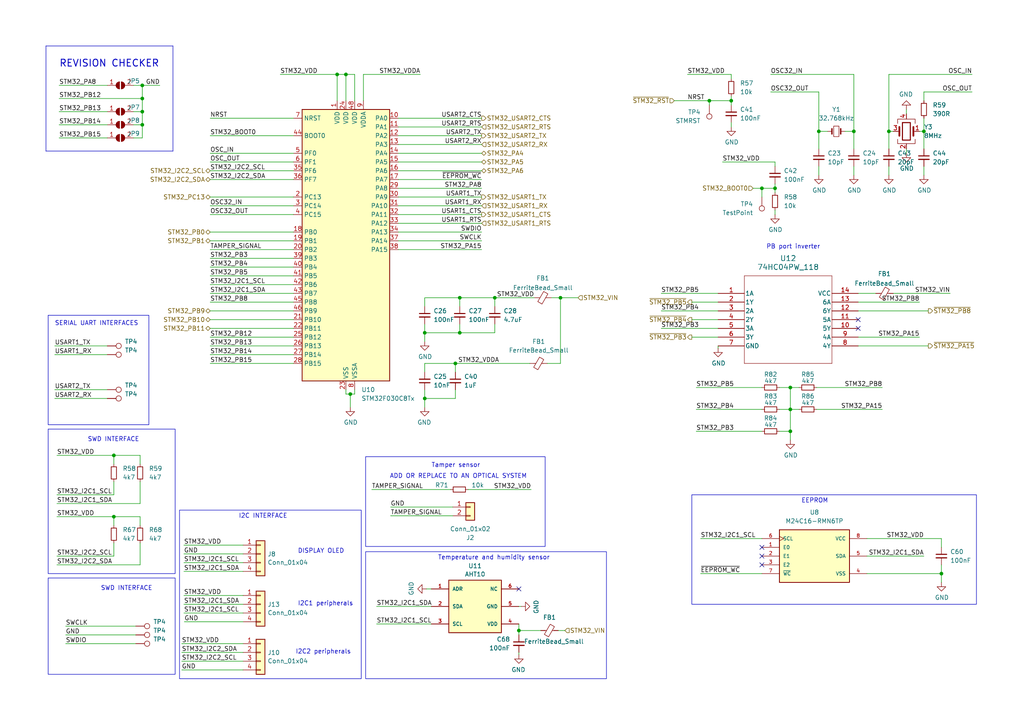
<source format=kicad_sch>
(kicad_sch (version 20230121) (generator eeschema)
  (paper "A4")
  (lib_symbols
    (symbol "2023-07-14_13-48-07:74HC04PW_118" (pin_names (offset 0.254))
      (property "Reference" "U" (at 20.32 10.16 0))
      (property "Value" "74HC04PW_118" (at 20.32 7.62 0))
      (symbol "74HC04PW_118_0_1"
        (pin input line (at 0 0 0) (length 7.62) (name "1A") (number "1"))
        (pin output line (at 40.64 -10.16 180) (length 7.62) (name "5Y") (number "10"))
        (pin input line (at 40.64 -7.62 180) (length 7.62) (name "5A") (number "11"))
        (pin output line (at 40.64 -5.08 180) (length 7.62) (name "6Y") (number "12"))
        (pin input line (at 40.64 -2.54 180) (length 7.62) (name "6A") (number "13"))
        (pin power_in line (at 40.64 0 180) (length 7.62) (name "VCC") (number "14"))
        (pin output line (at 0 -2.54 0) (length 7.62) (name "1Y") (number "2"))
        (pin input line (at 0 -5.08 0) (length 7.62) (name "2A") (number "3"))
        (pin output line (at 0 -7.62 0) (length 7.62) (name "2Y") (number "4"))
        (pin input line (at 0 -10.16 0) (length 7.62) (name "3A") (number "5"))
        (pin output line (at 0 -12.7 0) (length 7.62) (name "3Y") (number "6"))
        (pin power_out line (at 0 -15.24 0) (length 7.62) (name "GND") (number "7"))
        (pin output line (at 40.64 -15.24 180) (length 7.62) (name "4Y") (number "8"))
        (pin input line (at 40.64 -12.7 180) (length 7.62) (name "4A") (number "9"))
      )
    )
    (symbol "Connector:TestPoint" (pin_numbers hide) (pin_names (offset 0.762) hide)
      (property "Reference" "TP" (at 0 6.858 0))
      (property "Value" "TestPoint" (at 0 5.08 0))
      (symbol "TestPoint_1_1"
        (pin passive line (at 0 0 90) (length 2.54) (name "1") (number "1"))
      )
    )
    (symbol "Connector_Generic:Conn_01x02" (pin_names (offset 1.016) hide)
      (property "Reference" "J" (at 0 2.54 0))
      (property "Value" "Conn_01x02" (at 0 -5.08 0))
      (symbol "Conn_01x02_1_1"
        (pin passive line (at -5.08 0 0) (length 3.81) (name "Pin_1") (number "1"))
        (pin passive line (at -5.08 -2.54 0) (length 3.81) (name "Pin_2") (number "2"))
      )
    )
    (symbol "Connector_Generic:Conn_01x04" (pin_names (offset 1.016) hide)
      (property "Reference" "J" (at 0 5.08 0))
      (property "Value" "Conn_01x04" (at 0 -7.62 0))
      (symbol "Conn_01x04_1_1"
        (pin passive line (at -5.08 2.54 0) (length 3.81) (name "Pin_1") (number "1"))
        (pin passive line (at -5.08 0 0) (length 3.81) (name "Pin_2") (number "2"))
        (pin passive line (at -5.08 -2.54 0) (length 3.81) (name "Pin_3") (number "3"))
        (pin passive line (at -5.08 -5.08 0) (length 3.81) (name "Pin_4") (number "4"))
      )
    )
    (symbol "Device:C_Small" (pin_numbers hide) (pin_names (offset 0.254) hide)
      (property "Reference" "C" (at 0.254 1.778 0))
      (property "Value" "C_Small" (at 0.254 -2.032 0))
      (symbol "C_Small_1_1"
        (pin passive line (at 0 2.54 270) (length 2.032) (name "~") (number "1"))
        (pin passive line (at 0 -2.54 90) (length 2.032) (name "~") (number "2"))
      )
    )
    (symbol "Device:Crystal_GND24" (pin_names (offset 1.016) hide)
      (property "Reference" "Y" (at 3.175 5.08 0))
      (property "Value" "Crystal_GND24" (at 3.175 3.175 0))
      (symbol "Crystal_GND24_1_1"
        (pin passive line (at -3.81 0 0) (length 1.27) (name "1") (number "1"))
        (pin passive line (at 0 5.08 270) (length 1.27) (name "2") (number "2"))
        (pin passive line (at 3.81 0 180) (length 1.27) (name "3") (number "3"))
        (pin passive line (at 0 -5.08 90) (length 1.27) (name "4") (number "4"))
      )
    )
    (symbol "Device:Crystal_Small" (pin_numbers hide) (pin_names (offset 1.016) hide)
      (property "Reference" "Y" (at 0 2.54 0))
      (property "Value" "Crystal_Small" (at 0 -2.54 0))
      (symbol "Crystal_Small_1_1"
        (pin passive line (at -2.54 0 0) (length 1.27) (name "1") (number "1"))
        (pin passive line (at 2.54 0 180) (length 1.27) (name "2") (number "2"))
      )
    )
    (symbol "Device:FerriteBead_Small" (pin_numbers hide) (pin_names (offset 0))
      (property "Reference" "FB" (at 1.905 1.27 0))
      (property "Value" "FerriteBead_Small" (at 1.905 -1.27 0))
      (symbol "FerriteBead_Small_1_1"
        (pin passive line (at 0 2.54 270) (length 1.27) (name "~") (number "1"))
        (pin passive line (at 0 -2.54 90) (length 1.27) (name "~") (number "2"))
      )
    )
    (symbol "Device:R_Small" (pin_numbers hide) (pin_names (offset 0.254) hide)
      (property "Reference" "R" (at 0.762 0.508 0))
      (property "Value" "R_Small" (at 0.762 -1.016 0))
      (symbol "R_Small_1_1"
        (pin passive line (at 0 2.54 270) (length 0.762) (name "~") (number "1"))
        (pin passive line (at 0 -2.54 90) (length 0.762) (name "~") (number "2"))
      )
    )
    (symbol "Jumper:SolderJumper_2_Open" (pin_names (offset 0) hide)
      (property "Reference" "JP" (at 0 2.032 0))
      (property "Value" "SolderJumper_2_Open" (at 0 -2.54 0))
      (symbol "SolderJumper_2_Open_1_1"
        (pin passive line (at -3.81 0 0) (length 2.54) (name "A") (number "1"))
        (pin passive line (at 3.81 0 180) (length 2.54) (name "B") (number "2"))
      )
    )
    (symbol "M24C16-RMN6TP:M24C16-RMN6TP" (pin_names (offset 1.016))
      (property "Reference" "U" (at -10.1836 8.1469 0))
      (property "Value" "M24C16-RMN6TP" (at -10.1609 -10.6689 0))
      (symbol "M24C16-RMN6TP_0_0"
        (pin input line (at -15.24 2.54 0) (length 5.08) (name "E0") (number "1"))
        (pin input line (at -15.24 0 0) (length 5.08) (name "E1") (number "2"))
        (pin input line (at -15.24 -2.54 0) (length 5.08) (name "E2") (number "3"))
        (pin power_in line (at 15.24 -5.08 180) (length 5.08) (name "VSS") (number "4"))
        (pin bidirectional line (at 15.24 0 180) (length 5.08) (name "SDA") (number "5"))
        (pin input clock (at -15.24 5.08 0) (length 5.08) (name "SCL") (number "6"))
        (pin input line (at -15.24 -5.08 0) (length 5.08) (name "~{WC}") (number "7"))
        (pin power_in line (at 15.24 5.08 180) (length 5.08) (name "VCC") (number "8"))
      )
    )
    (symbol "MCU_ST_STM32F0:STM32F030C8Tx"
      (property "Reference" "U" (at -12.7 41.91 0))
      (property "Value" "STM32F030C8Tx" (at 7.62 41.91 0))
      (symbol "STM32F030C8Tx_1_1"
        (pin power_in line (at -2.54 43.18 270) (length 2.54) (name "VDD") (number "1"))
        (pin bidirectional line (at 15.24 38.1 180) (length 2.54) (name "PA0") (number "10"))
        (pin bidirectional line (at 15.24 35.56 180) (length 2.54) (name "PA1") (number "11"))
        (pin bidirectional line (at 15.24 33.02 180) (length 2.54) (name "PA2") (number "12"))
        (pin bidirectional line (at 15.24 30.48 180) (length 2.54) (name "PA3") (number "13"))
        (pin bidirectional line (at 15.24 27.94 180) (length 2.54) (name "PA4") (number "14"))
        (pin bidirectional line (at 15.24 25.4 180) (length 2.54) (name "PA5") (number "15"))
        (pin bidirectional line (at 15.24 22.86 180) (length 2.54) (name "PA6") (number "16"))
        (pin bidirectional line (at 15.24 20.32 180) (length 2.54) (name "PA7") (number "17"))
        (pin bidirectional line (at -15.24 5.08 0) (length 2.54) (name "PB0") (number "18"))
        (pin bidirectional line (at -15.24 2.54 0) (length 2.54) (name "PB1") (number "19"))
        (pin bidirectional line (at -15.24 15.24 0) (length 2.54) (name "PC13") (number "2"))
        (pin bidirectional line (at -15.24 0 0) (length 2.54) (name "PB2") (number "20"))
        (pin bidirectional line (at -15.24 -20.32 0) (length 2.54) (name "PB10") (number "21"))
        (pin bidirectional line (at -15.24 -22.86 0) (length 2.54) (name "PB11") (number "22"))
        (pin power_in line (at 0 -40.64 90) (length 2.54) (name "VSS") (number "23"))
        (pin power_in line (at 0 43.18 270) (length 2.54) (name "VDD") (number "24"))
        (pin bidirectional line (at -15.24 -25.4 0) (length 2.54) (name "PB12") (number "25"))
        (pin bidirectional line (at -15.24 -27.94 0) (length 2.54) (name "PB13") (number "26"))
        (pin bidirectional line (at -15.24 -30.48 0) (length 2.54) (name "PB14") (number "27"))
        (pin bidirectional line (at -15.24 -33.02 0) (length 2.54) (name "PB15") (number "28"))
        (pin bidirectional line (at 15.24 17.78 180) (length 2.54) (name "PA8") (number "29"))
        (pin bidirectional line (at -15.24 12.7 0) (length 2.54) (name "PC14") (number "3"))
        (pin bidirectional line (at 15.24 15.24 180) (length 2.54) (name "PA9") (number "30"))
        (pin bidirectional line (at 15.24 12.7 180) (length 2.54) (name "PA10") (number "31"))
        (pin bidirectional line (at 15.24 10.16 180) (length 2.54) (name "PA11") (number "32"))
        (pin bidirectional line (at 15.24 7.62 180) (length 2.54) (name "PA12") (number "33"))
        (pin bidirectional line (at 15.24 5.08 180) (length 2.54) (name "PA13") (number "34"))
        (pin bidirectional line (at -15.24 22.86 0) (length 2.54) (name "PF6") (number "35"))
        (pin bidirectional line (at -15.24 20.32 0) (length 2.54) (name "PF7") (number "36"))
        (pin bidirectional line (at 15.24 2.54 180) (length 2.54) (name "PA14") (number "37"))
        (pin bidirectional line (at 15.24 0 180) (length 2.54) (name "PA15") (number "38"))
        (pin bidirectional line (at -15.24 -2.54 0) (length 2.54) (name "PB3") (number "39"))
        (pin bidirectional line (at -15.24 10.16 0) (length 2.54) (name "PC15") (number "4"))
        (pin bidirectional line (at -15.24 -5.08 0) (length 2.54) (name "PB4") (number "40"))
        (pin bidirectional line (at -15.24 -7.62 0) (length 2.54) (name "PB5") (number "41"))
        (pin bidirectional line (at -15.24 -10.16 0) (length 2.54) (name "PB6") (number "42"))
        (pin bidirectional line (at -15.24 -12.7 0) (length 2.54) (name "PB7") (number "43"))
        (pin input line (at -15.24 33.02 0) (length 2.54) (name "BOOT0") (number "44"))
        (pin bidirectional line (at -15.24 -15.24 0) (length 2.54) (name "PB8") (number "45"))
        (pin bidirectional line (at -15.24 -17.78 0) (length 2.54) (name "PB9") (number "46"))
        (pin passive line (at 0 -40.64 90) (length 2.54) hide (name "VSS") (number "47"))
        (pin power_in line (at 2.54 43.18 270) (length 2.54) (name "VDD") (number "48"))
        (pin bidirectional line (at -15.24 27.94 0) (length 2.54) (name "PF0") (number "5"))
        (pin bidirectional line (at -15.24 25.4 0) (length 2.54) (name "PF1") (number "6"))
        (pin input line (at -15.24 38.1 0) (length 2.54) (name "NRST") (number "7"))
        (pin power_in line (at 2.54 -40.64 90) (length 2.54) (name "VSSA") (number "8"))
        (pin power_in line (at 5.08 43.18 270) (length 2.54) (name "VDDA") (number "9"))
      )
    )
    (symbol "Sensor_Temperature:AHT10" (pin_names (offset 1.016))
      (property "Reference" "U" (at -7.366 8.636 0))
      (property "Value" "AHT10" (at -7.62 -10.16 0))
      (symbol "AHT10_0_0"
        (pin bidirectional line (at -12.7 5.08 0) (length 5.08) (name "ADR") (number "1"))
        (pin bidirectional line (at -12.7 0 0) (length 5.08) (name "SDA") (number "2"))
        (pin bidirectional line (at -12.7 -5.08 0) (length 5.08) (name "SCL") (number "3"))
        (pin bidirectional line (at 12.7 -5.08 180) (length 5.08) (name "VDD") (number "4"))
        (pin bidirectional line (at 12.7 0 180) (length 5.08) (name "GND") (number "5"))
        (pin bidirectional line (at 12.7 5.08 180) (length 5.08) (name "NC") (number "6"))
      )
    )
    (symbol "device:R_Small" (pin_numbers hide) (pin_names (offset 0.254) hide)
      (property "Reference" "R" (at 0.762 0.508 0))
      (property "Value" "R_Small" (at 0.762 -1.016 0))
      (symbol "R_Small_1_1"
        (pin passive line (at 0 2.54 270) (length 0.762) (name "~") (number "1"))
        (pin passive line (at 0 -2.54 90) (length 0.762) (name "~") (number "2"))
      )
    )
    (symbol "power:GND" (power) (pin_names (offset 0))
      (property "Value" "GND" (at 0 -3.81 0))
      (symbol "GND_1_1"
        (pin power_in line (at 0 0 270) (length 0) hide (name "GND") (number "1"))
      )
    )
  )
  (junction (at 229.235 118.745))
  (junction (at 41.275 32.385))
  (junction (at 41.275 24.765))
  (junction (at 33.02 149.86))
  (junction (at 229.235 112.395))
  (junction (at 150.495 182.88))
  (junction (at 212.09 29.21))
  (junction (at 237.49 38.1))
  (junction (at 123.19 96.52))
  (junction (at 100.33 21.59))
  (junction (at 273.05 166.37))
  (junction (at 41.275 28.575))
  (junction (at 123.19 115.57))
  (junction (at 267.97 38.1))
  (junction (at 132.08 105.41))
  (junction (at 220.98 54.61))
  (junction (at 33.02 132.08))
  (junction (at 257.81 38.1))
  (junction (at 133.35 96.52))
  (junction (at 224.79 54.61))
  (junction (at 97.79 21.59))
  (junction (at 133.35 86.36))
  (junction (at 101.6 114.3))
  (junction (at 41.275 36.195))
  (junction (at 229.235 125.095))
  (junction (at 162.56 86.36))
  (junction (at 143.51 86.36))
  (junction (at 205.74 29.21))
  (junction (at 247.65 38.1))
  (no_connect (at 220.98 163.83))
  (no_connect (at 220.98 161.29))
  (no_connect (at 220.98 158.75))
  (no_connect (at 150.495 170.815))
  (no_connect (at 248.92 95.25))
  (no_connect (at 248.92 92.71))
  (wire (pts (xy 40.64 163.83) (xy 40.64 157.48)))
  (wire (pts (xy 267.97 38.1) (xy 267.97 43.18)))
  (wire (pts (xy 248.92 90.17) (xy 269.24 90.17)))
  (wire (pts (xy 273.05 156.21) (xy 273.05 158.75)))
  (wire (pts (xy 15.875 115.57) (xy 31.115 115.57)))
  (wire (pts (xy 139.7 57.15) (xy 115.57 57.15)))
  (wire (pts (xy 139.7 39.37) (xy 115.57 39.37)))
  (wire (pts (xy 123.19 96.52) (xy 133.35 96.52)))
  (wire (pts (xy 60.96 52.07) (xy 85.09 52.07)))
  (wire (pts (xy 273.05 166.37) (xy 251.46 166.37)))
  (wire (pts (xy 139.7 34.29) (xy 115.57 34.29)))
  (wire (pts (xy 41.275 24.765) (xy 41.275 28.575)))
  (wire (pts (xy 220.98 54.61) (xy 220.98 57.15)))
  (wire (pts (xy 212.09 22.86) (xy 212.09 21.59)))
  (wire (pts (xy 41.275 24.765) (xy 46.355 24.765)))
  (wire (pts (xy 105.41 21.59) (xy 105.41 29.21)))
  (wire (pts (xy 212.09 35.56) (xy 212.09 36.83)))
  (wire (pts (xy 281.94 26.67) (xy 267.97 26.67)))
  (wire (pts (xy 53.34 165.735) (xy 70.485 165.735)))
  (wire (pts (xy 16.51 132.08) (xy 33.02 132.08)))
  (wire (pts (xy 224.79 48.26) (xy 224.79 46.99)))
  (wire (pts (xy 19.05 184.15) (xy 39.37 184.15)))
  (wire (pts (xy 41.275 28.575) (xy 41.275 32.385)))
  (wire (pts (xy 100.33 29.21) (xy 100.33 21.59)))
  (wire (pts (xy 33.02 149.86) (xy 40.64 149.86)))
  (wire (pts (xy 38.735 32.385) (xy 41.275 32.385)))
  (wire (pts (xy 123.698 170.815) (xy 125.095 170.815)))
  (wire (pts (xy 123.19 93.98) (xy 123.19 96.52)))
  (wire (pts (xy 60.96 49.53) (xy 85.09 49.53)))
  (wire (pts (xy 16.51 146.05) (xy 40.64 146.05)))
  (wire (pts (xy 229.235 118.745) (xy 231.775 118.745)))
  (wire (pts (xy 160.02 86.36) (xy 162.56 86.36)))
  (wire (pts (xy 212.09 27.94) (xy 212.09 29.21)))
  (wire (pts (xy 16.51 161.29) (xy 33.02 161.29)))
  (wire (pts (xy 19.05 186.69) (xy 39.37 186.69)))
  (wire (pts (xy 224.79 60.96) (xy 224.79 62.23)))
  (wire (pts (xy 60.96 97.79) (xy 85.09 97.79)))
  (wire (pts (xy 17.145 32.385) (xy 31.115 32.385)))
  (wire (pts (xy 251.46 161.29) (xy 267.97 161.29)))
  (wire (pts (xy 150.495 182.88) (xy 156.845 182.88)))
  (wire (pts (xy 200.66 87.63) (xy 208.28 87.63)))
  (wire (pts (xy 266.7 97.79) (xy 248.92 97.79)))
  (wire (pts (xy 201.93 125.095) (xy 220.98 125.095)))
  (wire (pts (xy 195.58 29.21) (xy 205.74 29.21)))
  (wire (pts (xy 255.905 118.745) (xy 236.855 118.745)))
  (wire (pts (xy 224.79 54.61) (xy 224.79 55.88)))
  (wire (pts (xy 52.705 186.69) (xy 70.485 186.69)))
  (wire (pts (xy 60.96 87.63) (xy 85.09 87.63)))
  (wire (pts (xy 115.57 46.99) (xy 139.7 46.99)))
  (wire (pts (xy 85.09 95.25) (xy 60.96 95.25)))
  (wire (pts (xy 33.02 132.08) (xy 40.64 132.08)))
  (wire (pts (xy 16.51 163.83) (xy 40.64 163.83)))
  (wire (pts (xy 60.96 72.39) (xy 85.09 72.39)))
  (wire (pts (xy 60.96 57.15) (xy 85.09 57.15)))
  (wire (pts (xy 257.81 21.59) (xy 257.81 38.1)))
  (wire (pts (xy 218.44 54.61) (xy 220.98 54.61)))
  (wire (pts (xy 132.08 115.57) (xy 132.08 113.03)))
  (wire (pts (xy 123.19 115.57) (xy 132.08 115.57)))
  (wire (pts (xy 224.79 53.34) (xy 224.79 54.61)))
  (wire (pts (xy 38.735 40.005) (xy 41.275 40.005)))
  (wire (pts (xy 33.02 139.7) (xy 33.02 143.51)))
  (wire (pts (xy 247.65 43.18) (xy 247.65 38.1)))
  (wire (pts (xy 133.35 86.36) (xy 133.35 88.9)))
  (wire (pts (xy 107.823 141.986) (xy 130.683 141.986)))
  (wire (pts (xy 199.39 21.59) (xy 212.09 21.59)))
  (wire (pts (xy 123.19 96.52) (xy 123.19 99.06)))
  (wire (pts (xy 237.49 43.18) (xy 237.49 38.1)))
  (wire (pts (xy 162.56 86.36) (xy 167.64 86.36)))
  (wire (pts (xy 15.875 102.87) (xy 31.115 102.87)))
  (wire (pts (xy 262.89 43.18) (xy 262.89 44.45)))
  (wire (pts (xy 97.79 21.59) (xy 100.33 21.59)))
  (wire (pts (xy 262.89 31.75) (xy 262.89 33.02)))
  (wire (pts (xy 139.7 41.91) (xy 115.57 41.91)))
  (wire (pts (xy 226.06 112.395) (xy 229.235 112.395)))
  (wire (pts (xy 161.925 182.88) (xy 163.83 182.88)))
  (wire (pts (xy 60.96 46.99) (xy 85.09 46.99)))
  (wire (pts (xy 267.97 26.67) (xy 267.97 29.21)))
  (wire (pts (xy 60.96 59.69) (xy 85.09 59.69)))
  (wire (pts (xy 132.08 105.41) (xy 123.19 105.41)))
  (wire (pts (xy 15.875 113.03) (xy 31.115 113.03)))
  (wire (pts (xy 132.08 107.95) (xy 132.08 105.41)))
  (wire (pts (xy 102.87 114.3) (xy 102.87 113.03)))
  (wire (pts (xy 247.65 38.1) (xy 245.11 38.1)))
  (wire (pts (xy 139.7 36.83) (xy 115.57 36.83)))
  (wire (pts (xy 53.34 172.72) (xy 70.485 172.72)))
  (wire (pts (xy 101.6 114.3) (xy 102.87 114.3)))
  (wire (pts (xy 53.34 160.655) (xy 70.485 160.655)))
  (wire (pts (xy 248.92 100.33) (xy 269.24 100.33)))
  (wire (pts (xy 40.64 152.4) (xy 40.64 149.86)))
  (wire (pts (xy 237.49 48.26) (xy 237.49 50.8)))
  (wire (pts (xy 229.235 125.095) (xy 229.235 127.635)))
  (wire (pts (xy 101.6 114.3) (xy 101.6 118.11)))
  (wire (pts (xy 237.49 26.67) (xy 223.52 26.67)))
  (wire (pts (xy 53.34 163.195) (xy 70.485 163.195)))
  (wire (pts (xy 191.77 90.17) (xy 208.28 90.17)))
  (wire (pts (xy 257.81 38.1) (xy 257.81 43.18)))
  (wire (pts (xy 143.51 86.36) (xy 133.35 86.36)))
  (wire (pts (xy 133.35 86.36) (xy 123.19 86.36)))
  (wire (pts (xy 52.705 194.31) (xy 70.485 194.31)))
  (wire (pts (xy 229.235 112.395) (xy 229.235 118.745)))
  (wire (pts (xy 220.98 54.61) (xy 224.79 54.61)))
  (wire (pts (xy 203.2 156.21) (xy 220.98 156.21)))
  (wire (pts (xy 15.875 100.33) (xy 31.115 100.33)))
  (wire (pts (xy 70.485 180.34) (xy 53.467 180.34)))
  (wire (pts (xy 201.93 112.395) (xy 220.98 112.395)))
  (wire (pts (xy 115.57 44.45) (xy 139.7 44.45)))
  (wire (pts (xy 60.96 67.31) (xy 85.09 67.31)))
  (wire (pts (xy 205.74 29.21) (xy 212.09 29.21)))
  (polyline (pts (xy 50.165 43.815) (xy 50.165 13.335)))
  (wire (pts (xy 53.34 158.115) (xy 70.485 158.115)))
  (wire (pts (xy 40.64 146.05) (xy 40.64 139.7)))
  (wire (pts (xy 52.705 189.23) (xy 70.485 189.23)))
  (wire (pts (xy 135.763 141.986) (xy 154.051 141.986)))
  (wire (pts (xy 212.09 29.21) (xy 212.09 30.48)))
  (wire (pts (xy 38.735 24.765) (xy 41.275 24.765)))
  (wire (pts (xy 60.96 69.85) (xy 85.09 69.85)))
  (wire (pts (xy 113.284 149.606) (xy 131.318 149.606)))
  (wire (pts (xy 133.35 96.52) (xy 143.51 96.52)))
  (wire (pts (xy 209.55 46.99) (xy 224.79 46.99)))
  (wire (pts (xy 60.96 82.55) (xy 85.09 82.55)))
  (wire (pts (xy 139.7 72.39) (xy 115.57 72.39)))
  (wire (pts (xy 257.81 38.1) (xy 259.08 38.1)))
  (wire (pts (xy 40.64 134.62) (xy 40.64 132.08)))
  (wire (pts (xy 60.96 80.01) (xy 85.09 80.01)))
  (wire (pts (xy 267.97 48.26) (xy 267.97 50.8)))
  (wire (pts (xy 100.33 21.59) (xy 102.87 21.59)))
  (wire (pts (xy 139.7 62.23) (xy 115.57 62.23)))
  (wire (pts (xy 191.77 85.09) (xy 208.28 85.09)))
  (wire (pts (xy 60.96 90.17) (xy 85.09 90.17)))
  (wire (pts (xy 205.74 29.21) (xy 205.74 30.48)))
  (wire (pts (xy 17.145 28.575) (xy 41.275 28.575)))
  (wire (pts (xy 53.34 177.8) (xy 70.485 177.8)))
  (wire (pts (xy 247.65 21.59) (xy 247.65 38.1)))
  (wire (pts (xy 33.02 134.62) (xy 33.02 132.08)))
  (wire (pts (xy 203.2 166.37) (xy 220.98 166.37)))
  (wire (pts (xy 33.02 152.4) (xy 33.02 149.86)))
  (wire (pts (xy 17.145 24.765) (xy 31.115 24.765)))
  (wire (pts (xy 200.66 92.71) (xy 208.28 92.71)))
  (wire (pts (xy 60.96 102.87) (xy 85.09 102.87)))
  (wire (pts (xy 41.275 36.195) (xy 41.275 32.385)))
  (wire (pts (xy 251.46 156.21) (xy 273.05 156.21)))
  (polyline (pts (xy 13.335 43.815) (xy 50.165 43.815)))
  (wire (pts (xy 100.33 114.3) (xy 101.6 114.3)))
  (wire (pts (xy 60.96 100.33) (xy 85.09 100.33)))
  (wire (pts (xy 17.145 40.005) (xy 31.115 40.005)))
  (polyline (pts (xy 13.335 13.335) (xy 50.165 13.335)))
  (wire (pts (xy 139.7 67.31) (xy 115.57 67.31)))
  (wire (pts (xy 273.05 166.37) (xy 273.05 168.91)))
  (wire (pts (xy 38.735 36.195) (xy 41.275 36.195)))
  (wire (pts (xy 41.275 40.005) (xy 41.275 36.195)))
  (wire (pts (xy 115.57 49.53) (xy 139.7 49.53)))
  (wire (pts (xy 150.495 182.88) (xy 150.495 184.15)))
  (wire (pts (xy 60.96 62.23) (xy 85.09 62.23)))
  (wire (pts (xy 267.97 34.29) (xy 267.97 38.1)))
  (wire (pts (xy 19.05 181.61) (xy 39.37 181.61)))
  (wire (pts (xy 139.7 69.85) (xy 115.57 69.85)))
  (wire (pts (xy 259.08 85.09) (xy 275.59 85.09)))
  (wire (pts (xy 191.77 95.25) (xy 208.28 95.25)))
  (wire (pts (xy 150.495 180.975) (xy 150.495 182.88)))
  (wire (pts (xy 60.96 44.45) (xy 85.09 44.45)))
  (wire (pts (xy 85.09 92.71) (xy 60.96 92.71)))
  (wire (pts (xy 133.35 93.98) (xy 133.35 96.52)))
  (wire (pts (xy 123.19 113.03) (xy 123.19 115.57)))
  (wire (pts (xy 162.56 105.41) (xy 162.56 86.36)))
  (wire (pts (xy 139.7 54.61) (xy 115.57 54.61)))
  (wire (pts (xy 123.19 105.41) (xy 123.19 107.95)))
  (wire (pts (xy 81.28 21.59) (xy 97.79 21.59)))
  (wire (pts (xy 60.96 34.29) (xy 85.09 34.29)))
  (wire (pts (xy 100.33 113.03) (xy 100.33 114.3)))
  (wire (pts (xy 123.19 86.36) (xy 123.19 88.9)))
  (wire (pts (xy 139.7 59.69) (xy 115.57 59.69)))
  (wire (pts (xy 158.75 105.41) (xy 162.56 105.41)))
  (wire (pts (xy 16.51 143.51) (xy 33.02 143.51)))
  (polyline (pts (xy 13.335 13.335) (xy 13.335 43.815)))
  (wire (pts (xy 266.7 38.1) (xy 267.97 38.1)))
  (wire (pts (xy 247.65 48.26) (xy 247.65 50.8)))
  (wire (pts (xy 255.905 112.395) (xy 236.855 112.395)))
  (wire (pts (xy 33.02 157.48) (xy 33.02 161.29)))
  (wire (pts (xy 237.49 38.1) (xy 240.03 38.1)))
  (wire (pts (xy 226.06 125.095) (xy 229.235 125.095)))
  (wire (pts (xy 229.235 112.395) (xy 231.775 112.395)))
  (wire (pts (xy 60.96 74.93) (xy 85.09 74.93)))
  (wire (pts (xy 109.22 180.975) (xy 125.095 180.975)))
  (wire (pts (xy 102.87 29.21) (xy 102.87 21.59)))
  (wire (pts (xy 201.93 118.745) (xy 220.98 118.745)))
  (wire (pts (xy 121.92 21.59) (xy 105.41 21.59)))
  (wire (pts (xy 123.19 115.57) (xy 123.19 118.11)))
  (wire (pts (xy 229.235 118.745) (xy 229.235 125.095)))
  (wire (pts (xy 60.96 85.09) (xy 85.09 85.09)))
  (wire (pts (xy 16.51 149.86) (xy 33.02 149.86)))
  (wire (pts (xy 52.705 191.77) (xy 70.485 191.77)))
  (wire (pts (xy 139.7 64.77) (xy 115.57 64.77)))
  (wire (pts (xy 200.66 97.79) (xy 208.28 97.79)))
  (wire (pts (xy 151.13 175.895) (xy 150.495 175.895)))
  (wire (pts (xy 257.81 48.26) (xy 257.81 50.8)))
  (wire (pts (xy 150.495 189.23) (xy 150.495 189.865)))
  (wire (pts (xy 153.67 105.41) (xy 132.08 105.41)))
  (wire (pts (xy 257.81 21.59) (xy 281.94 21.59)))
  (wire (pts (xy 154.94 86.36) (xy 143.51 86.36)))
  (wire (pts (xy 60.96 105.41) (xy 85.09 105.41)))
  (wire (pts (xy 248.92 87.63) (xy 266.7 87.63)))
  (wire (pts (xy 273.05 163.83) (xy 273.05 166.37)))
  (wire (pts (xy 17.145 36.195) (xy 31.115 36.195)))
  (wire (pts (xy 248.92 85.09) (xy 254 85.09)))
  (wire (pts (xy 223.52 21.59) (xy 247.65 21.59)))
  (wire (pts (xy 60.96 39.37) (xy 85.09 39.37)))
  (wire (pts (xy 109.22 175.895) (xy 125.095 175.895)))
  (wire (pts (xy 113.284 147.066) (xy 131.318 147.066)))
  (wire (pts (xy 237.49 26.67) (xy 237.49 38.1)))
  (wire (pts (xy 97.79 21.59) (xy 97.79 29.21)))
  (wire (pts (xy 143.51 88.9) (xy 143.51 86.36)))
  (wire (pts (xy 143.51 96.52) (xy 143.51 93.98)))
  (wire (pts (xy 60.96 77.47) (xy 85.09 77.47)))
  (wire (pts (xy 208.28 100.33) (xy 208.28 100.965)))
  (wire (pts (xy 139.7 52.07) (xy 115.57 52.07)))
  (wire (pts (xy 226.06 118.745) (xy 229.235 118.745)))
  (wire (pts (xy 70.485 175.26) (xy 53.34 175.26)))
  (rectangle (start 52.07 147.955) (end 104.775 196.85))
  (rectangle (start 13.97 91.44) (end 43.18 123.19))
  (rectangle (start 13.97 167.64) (end 50.8 195.58))
  (rectangle (start 106.045 132.461) (end 158.115 158.496))
  (rectangle (start 200.66 143.51) (end 283.21 175.26))
  (rectangle (start 106.045 160.02) (end 175.895 196.85))
  (rectangle (start 13.97 124.46) (end 50.8 166.37))
  (text "SERIAL UART INTERFACES" (at 15.875 94.615 0) (effects (font (size 1.27 1.27)) (justify left bottom)))
  (text "Temperature and humidity sensor" (at 127 162.56 0) (effects (font (size 1.27 1.27)) (justify left bottom)))
  (text "Tamper sensor" (at 125.095 135.763 0) (effects (font (size 1.27 1.27)) (justify left bottom)))
  (text "EEPROM" (at 232.41 146.05 0) (effects (font (size 1.27 1.27)) (justify left bottom)))
  (text "I2C1 peripherals" (at 86.36 175.895 0) (effects (font (size 1.27 1.27)) (justify left bottom)))
  (text "SWD INTERFACE" (at 25.4 128.27 0) (effects (font (size 1.27 1.27)) (justify left bottom)))
  (text "ADD OR REPLACE TO AN OPTICAL SYSTEM" (at 113.03 138.938 0) (effects (font (size 1.27 1.27)) (justify left bottom)))
  (text "PB port inverter" (at 222.25 72.39 0) (effects (font (size 1.27 1.27)) (justify left bottom)))
  (text "DISPLAY OLED" (at 86.36 160.655 0) (effects (font (size 1.27 1.27)) (justify left bottom)))
  (text "SWD INTERFACE" (at 29.21 171.45 0) (effects (font (size 1.27 1.27)) (justify left bottom)))
  (text "I2C2 peripherals" (at 85.725 189.865 0) (effects (font (size 1.27 1.27)) (justify left bottom)))
  (text "I2C INTERFACE" (at 69.215 150.495 0) (effects (font (size 1.27 1.27)) (justify left bottom)))
  (text "REVISION CHECKER" (at 17.145 19.685 0) (effects (font (size 2 2) (thickness 0.254) bold) (justify left bottom)))
  (label "STM32_I2C1_SCL" (at 203.2 156.21 0))
  (label "USART1_RX" (at 15.875 102.87 0))
  (label "USART2_RTS" (at 139.7 36.83 180))
  (label "STM32_PA8" (at 17.145 24.765 0))
  (label "STM32_I2C1_SCL" (at 109.22 180.975 0))
  (label "GND" (at 53.467 180.34 0))
  (label "STM32_PB5" (at 191.77 85.09 0))
  (label "STM32_I2C1_SDA" (at 53.34 165.735 0))
  (label "STM32_PB3" (at 201.93 125.095 0))
  (label "GND" (at 113.284 147.066 0))
  (label "STM32_VDD" (at 16.51 149.86 0))
  (label "NRST" (at 60.96 34.29 0))
  (label "STM32_I2C1_SDA" (at 267.97 161.29 180))
  (label "STM32_PB13" (at 60.96 100.33 0))
  (label "STM32_I2C2_SDA" (at 52.705 189.23 0))
  (label "STM32_PB8" (at 60.96 87.63 0))
  (label "STM32_PA15" (at 266.7 97.79 180))
  (label "OSC32_IN" (at 60.96 59.69 0))
  (label "USART2_TX" (at 139.7 39.37 180))
  (label "STM32_VDD" (at 81.28 21.59 0))
  (label "OSC_IN" (at 281.94 21.59 180))
  (label "STM32_PB12" (at 17.145 28.575 0))
  (label "STM32_VDD" (at 199.39 21.59 0))
  (label "TAMPER_SIGNAL" (at 107.823 141.986 0))
  (label "STM32_I2C1_SDA" (at 109.22 175.895 0))
  (label "STM32_PB3" (at 191.77 95.25 0))
  (label "STM32_VDD" (at 53.34 172.72 0))
  (label "NRST" (at 199.39 29.21 0))
  (label "STM32_BOOT0" (at 60.96 39.37 0))
  (label "STM32_PB15" (at 60.96 105.41 0))
  (label "USART1_CTS" (at 139.7 62.23 180))
  (label "STM32_PB13" (at 17.145 32.385 0))
  (label "OSC32_OUT" (at 60.96 62.23 0))
  (label "USART1_TX" (at 139.7 57.15 180))
  (label "STM32_I2C2_SDA" (at 16.51 163.83 0))
  (label "STM32_VDD" (at 52.705 186.69 0))
  (label "STM32_VDDA" (at 121.92 21.59 180))
  (label "STM32_PB8" (at 266.7 87.63 180))
  (label "STM32_I2C1_SCL" (at 60.96 82.55 0))
  (label "STM32_VIN" (at 275.59 85.09 180))
  (label "STM32_I2C2_SCL" (at 16.51 161.29 0))
  (label "STM32_I2C1_SDA" (at 60.96 85.09 0))
  (label "USART2_CTS" (at 139.7 34.29 180))
  (label "STM32_PB5" (at 201.93 112.395 0))
  (label "USART2_RX" (at 15.875 115.57 0))
  (label "~{EEPROM_WC}" (at 139.7 52.07 180))
  (label "TAMPER_SIGNAL" (at 60.96 72.39 0))
  (label "STM32_PA8" (at 139.7 54.61 180))
  (label "STM32_I2C2_SDA" (at 60.96 52.07 0))
  (label "STM32_I2C1_SDA" (at 16.51 146.05 0))
  (label "~{EEPROM_WC}" (at 203.2 166.37 0))
  (label "STM32_I2C1_SCL" (at 53.34 163.195 0))
  (label "TAMPER_SIGNAL" (at 113.284 149.606 0))
  (label "SWDIO" (at 19.05 186.69 0))
  (label "STM32_PA15" (at 255.905 118.745 180))
  (label "STM32_I2C1_SCL" (at 53.34 177.8 0))
  (label "USART1_RX" (at 139.7 59.69 180))
  (label "STM32_VDD" (at 267.97 156.21 180))
  (label "OSC_OUT" (at 281.94 26.67 180))
  (label "STM32_I2C2_SCL" (at 60.96 49.53 0))
  (label "USART1_RTS" (at 139.7 64.77 180))
  (label "USART2_TX" (at 15.875 113.03 0))
  (label "STM32_I2C1_SCL" (at 16.51 143.51 0))
  (label "STM32_VDDA" (at 144.78 105.41 180))
  (label "SWCLK" (at 139.7 69.85 180))
  (label "STM32_PB14" (at 17.145 36.195 0))
  (label "GND" (at 52.705 194.31 0))
  (label "OSC32_IN" (at 223.52 21.59 0))
  (label "STM32_I2C2_SCL" (at 52.705 191.77 0))
  (label "STM32_PB3" (at 60.96 74.93 0))
  (label "STM32_PB8" (at 255.905 112.395 180))
  (label "STM32_VDD" (at 16.51 132.08 0))
  (label "OSC_OUT" (at 60.96 46.99 0))
  (label "STM32_VDD" (at 209.55 46.99 0))
  (label "STM32_PB5" (at 60.96 80.01 0))
  (label "STM32_VDD" (at 154.94 86.36 180))
  (label "STM32_PB14" (at 60.96 102.87 0))
  (label "USART1_TX" (at 15.875 100.33 0))
  (label "GND" (at 19.05 184.15 0))
  (label "OSC_IN" (at 60.96 44.45 0))
  (label "STM32_I2C1_SDA" (at 53.34 175.26 0))
  (label "STM32_PB4" (at 201.93 118.745 0))
  (label "SWCLK" (at 19.05 181.61 0))
  (label "STM32_PB4" (at 191.77 90.17 0))
  (label "SWDIO" (at 139.7 67.31 180))
  (label "GND" (at 53.34 160.655 0))
  (label "STM32_VDD" (at 154.051 141.986 180))
  (label "STM32_VDD" (at 53.34 158.115 0))
  (label "STM32_PB12" (at 60.96 97.79 0))
  (label "USART2_RX" (at 139.7 41.91 180))
  (label "GND" (at 46.355 24.765 180))
  (label "STM32_PA15" (at 139.7 72.39 180))
  (label "STM32_PB4" (at 60.96 77.47 0))
  (label "OSC32_OUT" (at 223.52 26.67 0))
  (label "STM32_PB15" (at 17.145 40.005 0))
  (hierarchical_label "STM32_I2C2_SCL" (shape bidirectional) (at 60.96 49.53 180))
  (hierarchical_label "STM32_PA6" (shape bidirectional) (at 139.7 49.53 0))
  (hierarchical_label "~{STM32_PB5}" (shape output) (at 200.66 87.63 180))
  (hierarchical_label "STM32_USART1_CTS" (shape output) (at 139.7 62.23 0))
  (hierarchical_label "STM32_PB1" (shape bidirectional) (at 60.96 69.85 180))
  (hierarchical_label "STM32_USART2_RTS" (shape input) (at 139.7 36.83 0))
  (hierarchical_label "STM32_PB10" (shape bidirectional) (at 60.96 92.71 180))
  (hierarchical_label "STM32_USART2_TX" (shape output) (at 139.7 39.37 0))
  (hierarchical_label "STM32_VIN" (shape input) (at 163.83 182.88 0))
  (hierarchical_label "~{STM32_PB4}" (shape output) (at 200.66 92.71 180))
  (hierarchical_label "STM32_USART2_RX" (shape input) (at 139.7 41.91 0))
  (hierarchical_label "STM32_PB11" (shape bidirectional) (at 60.96 95.25 180))
  (hierarchical_label "STM32_VIN" (shape input) (at 167.64 86.36 0))
  (hierarchical_label "STM32_PA4" (shape bidirectional) (at 139.7 44.45 0))
  (hierarchical_label "~{STM32_PB3}" (shape output) (at 200.66 97.79 180))
  (hierarchical_label "STM32_USART1_RTS" (shape input) (at 139.7 64.77 0))
  (hierarchical_label "STM32_PB9" (shape bidirectional) (at 60.96 90.17 180))
  (hierarchical_label "STM32_USART2_CTS" (shape output) (at 139.7 34.29 0))
  (hierarchical_label "STM32_BOOT0" (shape input) (at 218.44 54.61 180))
  (hierarchical_label "STM32_PC13" (shape bidirectional) (at 60.96 57.15 180))
  (hierarchical_label "~{STM32_PA15}" (shape output) (at 269.24 100.33 0))
  (hierarchical_label "STM32_USART1_TX" (shape output) (at 139.7 57.15 0))
  (hierarchical_label "~{STM32_RST}" (shape input) (at 195.58 29.21 180))
  (hierarchical_label "STM32_I2C2_SDA" (shape bidirectional) (at 60.96 52.07 180))
  (hierarchical_label "STM32_USART1_RX" (shape input) (at 139.7 59.69 0))
  (hierarchical_label "STM32_PB0" (shape bidirectional) (at 60.96 67.31 180))
  (hierarchical_label "STM32_PA5" (shape bidirectional) (at 139.7 46.99 0))
  (hierarchical_label "~{STM32_PB8}" (shape output) (at 269.24 90.17 0))
  (symbol (lib_id "Device:R_Small") (at 40.64 154.94 0) (unit 1)
    (property "Reference" "R68" (at 43.18 153.67 0) (effects (justify left)))
    (property "Value" "4k7" (at 43.18 156.21 0) (effects (justify left)))
    (property "Footprint" "Resistor_SMD:R_0402_1005Metric" (effects hide))
  )
  (symbol (lib_id "Device:C_Small") (at 237.49 45.72 0) (unit 1)
    (property "Reference" "C23" (at 240.03 44.4563 0) (effects (justify left)))
    (property "Value" "10pF" (at 240.03 46.9963 0) (effects (justify left)))
    (property "Footprint" "Capacitor_SMD:C_0402_1005Metric" (effects hide))
    (instances (project "nervosinho_rev2.4" (path "" (reference "C23") (unit 1)) (path "" (reference "C41") (unit 1))))
  )
  (symbol (lib_id "Device:R_Small") (at 223.52 118.745 90) (unit 1)
    (property "Reference" "R83" (at 223.52 114.935 90))
    (property "Value" "4k7" (at 223.52 116.84 90))
    (property "Footprint" "Resistor_SMD:R_0402_1005Metric" (effects hide))
  )
  (symbol (lib_id "Device:C_Small") (at 257.81 45.72 0) (unit 1)
    (property "Reference" "C43" (at 260.35 44.4563 0) (effects (justify left)))
    (property "Value" "20pF" (at 260.35 46.9963 0) (effects (justify left)))
    (property "Footprint" "Capacitor_SMD:C_0402_1005Metric" (effects hide))
  )
  (symbol (lib_id "Device:C_Small") (at 143.51 91.44 0) (unit 1)
    (property "Reference" "C28" (at 146.05 90.1763 0) (effects (justify left)))
    (property "Value" "4.7uF" (at 146.05 92.7163 0) (effects (justify left)))
    (property "Footprint" "Capacitor_SMD:C_0402_1005Metric" (effects hide))
    (instances (project "nervosinho_rev2.4" (path "" (reference "C28") (unit 1)) (path "" (reference "C27") (unit 1))))
  )
  (symbol (lib_id "Jumper:SolderJumper_2_Open") (at 34.925 32.385 0) (unit 1)
    (property "Reference" "JP7" (at 38.735 31.115 0))
    (property "Value" "SolderJumper_2_Open" (effects hide))
    (property "Footprint" "Jumper:SolderJumper-2_P1.3mm_Open_RoundedPad1.0x1.5mm" (effects hide))
  )
  (symbol (lib_id "Device:R_Small") (at 267.97 31.75 0) (unit 1)
    (property "Reference" "R59" (at 270.51 30.48 0) (effects (justify left)))
    (property "Value" "390R" (at 270.51 33.02 0) (effects (justify left)))
    (property "Footprint" "Resistor_SMD:R_0402_1005Metric" (effects hide))
    (instances (project "nervosinho_rev2.4" (path "" (reference "R59") (unit 1)) (path "" (reference "R47") (unit 1))))
  )
  (symbol (lib_id "power:GND") (at 212.09 36.83 0) (unit 1)
    (property "Reference" "#PWR028" (effects hide))
    (property "Value" "GND" (at 212.217 41.2242 0))
    (instances (project "nervosinho_rev2.4" (path "" (reference "#PWR028") (unit 1)) (path "" (reference "#PWR013") (unit 1))))
  )
  (symbol (lib_id "Connector:TestPoint") (at 205.74 30.48 0) (mirror x) (unit 1)
    (property "Reference" "TP4" (at 203.2 32.512 0) (effects (justify right)))
    (property "Value" "STMRST" (at 203.2 35.052 0) (effects (justify right)))
    (property "Footprint" "TestPoint:TestPoint_Pad_D1.0mm" (effects hide))
    (instances (project "nervosinho_rev2.4" (path "" (reference "TP4") (unit 1)) (path "" (reference "TP9") (unit 1))))
  )
  (symbol (lib_id "Jumper:SolderJumper_2_Open") (at 34.925 36.195 0) (unit 1)
    (property "Reference" "JP8" (at 38.735 34.925 0))
    (property "Value" "SolderJumper_2_Open" (effects hide))
    (property "Footprint" "Jumper:SolderJumper-2_P1.3mm_Open_RoundedPad1.0x1.5mm" (effects hide))
  )
  (symbol (lib_id "power:GND") (at 151.13 175.895 90) (mirror x) (unit 1)
    (property "Reference" "#PWR080" (effects hide))
    (property "Value" "GND" (at 155.5242 176.022 0))
  )
  (symbol (lib_id "Connector:TestPoint") (at 31.115 102.87 270) (mirror x) (unit 1)
    (property "Reference" "TP4" (at 36.195 101.6 90) (effects (justify left)))
    (property "Value" "TestPoint" (effects hide))
    (property "Footprint" "TestPoint:TestPoint_Pad_D1.0mm" (effects hide))
    (instances (project "nervosinho_rev2.4" (path "" (reference "TP4") (unit 1)) (path "" (reference "TP27") (unit 1))))
  )
  (symbol (lib_id "Device:C_Small") (at 132.08 110.49 0) (unit 1)
    (property "Reference" "C40" (at 134.62 109.2263 0) (effects (justify left)))
    (property "Value" "1uF" (at 134.62 111.7663 0) (effects (justify left)))
    (property "Footprint" "Capacitor_SMD:C_0402_1005Metric" (effects hide))
    (instances (project "nervosinho_rev2.4" (path "" (reference "C40") (unit 1)) (path "" (reference "C25") (unit 1))))
  )
  (symbol (lib_id "Connector:TestPoint") (at 31.115 113.03 270) (mirror x) (unit 1)
    (property "Reference" "TP4" (at 36.195 111.76 90) (effects (justify left)))
    (property "Value" "TestPoint" (effects hide))
    (property "Footprint" "TestPoint:TestPoint_Pad_D1.0mm" (effects hide))
    (instances (project "nervosinho_rev2.4" (path "" (reference "TP4") (unit 1)) (path "" (reference "TP28") (unit 1))))
  )
  (symbol (lib_id "M24C16-RMN6TP:M24C16-RMN6TP") (at 236.22 161.29 0) (unit 1)
    (property "Reference" "U8" (at 236.22 148.59 0))
    (property "Value" "M24C16-RMN6TP" (at 236.22 151.13 0))
    (property "Footprint" "Gabriel:SOIC127P600X175-8N" (effects hide))
    (property "MANUFACTURER" "STMicroelectronics" (effects hide))
  )
  (symbol (lib_id "power:GND") (at 247.65 50.8 0) (unit 1)
    (property "Reference" "#PWR02" (effects hide))
    (property "Value" "GND" (at 247.777 55.1942 0))
    (instances (project "nervosinho_rev2.4" (path "" (reference "#PWR02") (unit 1)) (path "" (reference "#PWR030") (unit 1))))
  )
  (symbol (lib_id "Connector_Generic:Conn_01x04") (at 75.565 189.23 0) (unit 1)
    (property "Reference" "J10" (at 77.597 189.2879 0) (effects (justify left)))
    (property "Value" "Conn_01x04" (at 77.597 191.7121 0) (effects (justify left)))
    (property "Footprint" "Connector_PinHeader_2.54mm:PinHeader_1x04_P2.54mm_Vertical" (effects hide))
  )
  (symbol (lib_id "Device:FerriteBead_Small") (at 157.48 86.36 90) (unit 1)
    (property "Reference" "FB1" (at 157.4419 80.6917 90))
    (property "Value" "FerriteBead_Small" (at 157.4419 83.4668 90))
    (property "Footprint" "Inductor_SMD:L_0402_1005Metric" (effects hide))
    (property "Datasheet" "https://datasheet.lcsc.com/lcsc/1810311724_TDK-MPZ1005S100CT000_C275476.pdf" (effects hide))
    (property "LCSC Part" "C275476" (effects hide))
    (instances (project "nervosinho_rev2.4" (path "" (reference "FB1") (unit 1)) (path "" (reference "FB3") (unit 1)) (path "" (reference "FB4") (unit 1))))
  )
  (symbol (lib_id "Device:Crystal_Small") (at 242.57 38.1 0) (unit 1)
    (property "Reference" "Y1" (at 242.57 31.75 0))
    (property "Value" "32.768kHz" (at 242.57 34.29 0))
    (property "Footprint" "Crystal:Crystal_SMD_3215-2Pin_3.2x1.5mm" (effects hide))
    (property "LCSC Part" "C32346" (effects hide))
  )
  (symbol (lib_id "Device:C_Small") (at 212.09 33.02 0) (unit 1)
    (property "Reference" "C41" (at 214.63 31.7563 0) (effects (justify left)))
    (property "Value" "100nF" (at 214.63 34.2963 0) (effects (justify left)))
    (property "Footprint" "Capacitor_SMD:C_0402_1005Metric" (effects hide))
    (instances (project "nervosinho_rev2.4" (path "" (reference "C41") (unit 1)) (path "" (reference "C28") (unit 1))))
  )
  (symbol (lib_id "power:GND") (at 257.81 50.8 0) (unit 1)
    (property "Reference" "#PWR031" (effects hide))
    (property "Value" "GND" (at 257.937 55.1942 0))
  )
  (symbol (lib_id "Connector:TestPoint") (at 31.115 100.33 270) (mirror x) (unit 1)
    (property "Reference" "TP4" (at 36.195 99.06 90) (effects (justify left)))
    (property "Value" "TestPoint" (effects hide))
    (property "Footprint" "TestPoint:TestPoint_Pad_D1.0mm" (effects hide))
    (instances (project "nervosinho_rev2.4" (path "" (reference "TP4") (unit 1)) (path "" (reference "TP26") (unit 1))))
  )
  (symbol (lib_id "Connector_Generic:Conn_01x02") (at 136.398 147.066 0) (unit 1)
    (property "Reference" "J2" (at 136.398 155.956 0))
    (property "Value" "Conn_01x02" (at 136.398 153.416 0))
    (property "Footprint" "Connector:KF235-5.0-2P" (effects hide))
    (instances (project "nervosinho_rev2.4" (path "" (reference "J2") (unit 1)) (path "" (reference "J6") (unit 1))))
  )
  (symbol (lib_id "MCU_ST_STM32F0:STM32F030C8Tx") (at 100.33 72.39 0) (unit 1)
    (property "Reference" "U10" (at 104.8259 113.03 0) (effects (justify left)))
    (property "Value" "STM32F030C8Tx" (at 104.8259 115.57 0) (effects (justify left)))
    (property "Footprint" "Package_QFP:LQFP-48_7x7mm_P0.5mm" (effects hide))
    (property "Datasheet" "https://www.st.com/resource/en/datasheet/stm32f030c8.pdf" (effects hide))
    (instances (project "nervosinho_rev2.4" (path "" (reference "U10") (unit 1)) (path "" (reference "U5") (unit 1))))
  )
  (symbol (lib_id "Device:FerriteBead_Small") (at 159.385 182.88 90) (unit 1)
    (property "Reference" "FB1" (at 159.385 179.07 90))
    (property "Value" "FerriteBead_Small" (at 160.655 186.055 90))
    (property "Footprint" "Inductor_SMD:L_0402_1005Metric" (effects hide))
    (property "Datasheet" "https://datasheet.lcsc.com/lcsc/1810311724_TDK-MPZ1005S100CT000_C275476.pdf" (effects hide))
    (property "LCSC Part" "C275476" (effects hide))
    (instances (project "nervosinho_rev2.4" (path "" (reference "FB1") (unit 1)) (path "" (reference "FB3") (unit 1)) (path "" (reference "FB8") (unit 1))))
  )
  (symbol (lib_id "Device:C_Small") (at 273.05 161.29 0) (unit 1)
    (property "Reference" "C60" (at 275.59 160.0263 0) (effects (justify left)))
    (property "Value" "100nF" (at 275.59 162.5663 0) (effects (justify left)))
    (property "Footprint" "Capacitor_SMD:C_0402_1005Metric" (effects hide))
  )
  (symbol (lib_id "Connector:TestPoint") (at 220.98 57.15 0) (mirror x) (unit 1)
    (property "Reference" "TP4" (at 218.44 59.182 0) (effects (justify right)))
    (property "Value" "TestPoint" (at 218.44 61.722 0) (effects (justify right)))
    (property "Footprint" "TestPoint:TestPoint_Pad_D1.0mm" (effects hide))
  )
  (symbol (lib_id "Device:R_Small") (at 234.315 118.745 270) (mirror x) (unit 1)
    (property "Reference" "R86" (at 234.315 114.935 90))
    (property "Value" "4k7" (at 234.315 116.84 90))
    (property "Footprint" "Resistor_SMD:R_0402_1005Metric" (effects hide))
  )
  (symbol (lib_id "power:GND") (at 267.97 50.8 0) (unit 1)
    (property "Reference" "#PWR032" (effects hide))
    (property "Value" "GND" (at 268.097 55.1942 0))
  )
  (symbol (lib_id "power:GND") (at 123.19 99.06 0) (unit 1)
    (property "Reference" "#PWR013" (effects hide))
    (property "Value" "GND" (at 123.317 103.4542 0))
    (instances (project "nervosinho_rev2.4" (path "" (reference "#PWR013") (unit 1)) (path "" (reference "#PWR02") (unit 1))))
  )
  (symbol (lib_id "Device:FerriteBead_Small") (at 256.54 85.09 90) (unit 1)
    (property "Reference" "FB1" (at 256.5019 79.4217 90))
    (property "Value" "FerriteBead_Small" (at 256.5019 82.1968 90))
    (property "Footprint" "Inductor_SMD:L_0402_1005Metric" (effects hide))
    (property "Datasheet" "https://datasheet.lcsc.com/lcsc/1810311724_TDK-MPZ1005S100CT000_C275476.pdf" (effects hide))
    (property "LCSC Part" "C275476" (effects hide))
    (instances (project "nervosinho_rev2.4" (path "" (reference "FB1") (unit 1)) (path "" (reference "FB3") (unit 1)) (path "" (reference "FB6") (unit 1))))
  )
  (symbol (lib_id "power:GND") (at 208.28 100.965 0) (unit 1)
    (property "Reference" "#PWR030" (effects hide))
    (property "Value" "GND" (at 208.407 105.3592 0))
    (instances (project "nervosinho_rev2.4" (path "" (reference "#PWR030") (unit 1)) (path "" (reference "#PWR057") (unit 1))))
  )
  (symbol (lib_id "Device:C_Small") (at 123.19 91.44 0) (unit 1)
    (property "Reference" "C26" (at 125.73 90.1763 0) (effects (justify left)))
    (property "Value" "100nF" (at 125.73 92.7163 0) (effects (justify left)))
    (property "Footprint" "Capacitor_SMD:C_0402_1005Metric" (effects hide))
    (instances (project "nervosinho_rev2.4" (path "" (reference "C26") (unit 1)) (path "" (reference "C23") (unit 1))))
  )
  (symbol (lib_id "Connector:TestPoint") (at 31.115 115.57 270) (mirror x) (unit 1)
    (property "Reference" "TP4" (at 36.195 114.3 90) (effects (justify left)))
    (property "Value" "TestPoint" (effects hide))
    (property "Footprint" "TestPoint:TestPoint_Pad_D1.0mm" (effects hide))
    (instances (project "nervosinho_rev2.4" (path "" (reference "TP4") (unit 1)) (path "" (reference "TP29") (unit 1))))
  )
  (symbol (lib_id "power:GND") (at 150.495 189.865 0) (mirror y) (unit 1)
    (property "Reference" "#PWR081" (effects hide))
    (property "Value" "GND" (at 150.368 194.2592 0))
  )
  (symbol (lib_id "Device:Crystal_GND24") (at 262.89 38.1 180) (unit 1)
    (property "Reference" "Y3" (at 267.97 36.8299 0) (effects (justify right)))
    (property "Value" "8MHz" (at 267.97 39.3699 0) (effects (justify right)))
    (property "Footprint" "Crystal:Crystal_SMD_3225-4Pin_3.2x2.5mm" (effects hide))
    (property "Datasheet" "˜" (effects hide))
    (property "LCSC Part" "C400090" (effects hide))
  )
  (symbol (lib_id "Device:R_Small") (at 33.02 154.94 0) (unit 1)
    (property "Reference" "R67" (at 35.56 153.67 0) (effects (justify left)))
    (property "Value" "4k7" (at 35.56 156.21 0) (effects (justify left)))
    (property "Footprint" "Resistor_SMD:R_0402_1005Metric" (effects hide))
  )
  (symbol (lib_id "Device:C_Small") (at 123.19 110.49 180) (unit 1)
    (property "Reference" "C25" (at 125.73 109.2136 0) (effects (justify right)))
    (property "Value" "10nF" (at 125.73 111.7536 0) (effects (justify right)))
    (property "Footprint" "Capacitor_SMD:C_0402_1005Metric" (effects hide))
    (instances (project "nervosinho_rev2.4" (path "" (reference "C25") (unit 1)) (path "" (reference "C24") (unit 1))))
  )
  (symbol (lib_id "Jumper:SolderJumper_2_Open") (at 34.925 24.765 0) (unit 1)
    (property "Reference" "JP5" (at 38.735 23.495 0))
    (property "Value" "SolderJumper_2_Open" (effects hide))
    (property "Footprint" "Jumper:SolderJumper-2_P1.3mm_Open_RoundedPad1.0x1.5mm" (effects hide))
  )
  (symbol (lib_id "power:GND") (at 229.235 127.635 0) (unit 1)
    (property "Reference" "#PWR030" (effects hide))
    (property "Value" "GND" (at 229.362 132.0292 0))
    (instances (project "nervosinho_rev2.4" (path "" (reference "#PWR030") (unit 1)) (path "" (reference "#PWR058") (unit 1))))
  )
  (symbol (lib_id "power:GND") (at 224.79 62.23 0) (unit 1)
    (property "Reference" "#PWR030" (effects hide))
    (property "Value" "GND" (at 224.917 66.6242 0))
    (instances (project "nervosinho_rev2.4" (path "" (reference "#PWR030") (unit 1)) (path "" (reference "#PWR017") (unit 1))))
  )
  (symbol (lib_id "Jumper:SolderJumper_2_Open") (at 34.925 40.005 0) (unit 1)
    (property "Reference" "JP9" (at 38.735 38.735 0))
    (property "Value" "SolderJumper_2_Open" (effects hide))
    (property "Footprint" "Jumper:SolderJumper-2_P1.3mm_Open_RoundedPad1.0x1.5mm" (effects hide))
  )
  (symbol (lib_id "Connector_Generic:Conn_01x04") (at 75.565 160.655 0) (unit 1)
    (property "Reference" "J8" (at 77.597 160.7129 0) (effects (justify left)))
    (property "Value" "Conn_01x04" (at 77.597 163.1371 0) (effects (justify left)))
    (property "Footprint" "Connector_PinSocket_2.54mm:PinSocket_1x04_P2.54mm_Vertical" (effects hide))
  )
  (symbol (lib_id "power:GND") (at 123.698 170.815 270) (mirror x) (unit 1)
    (property "Reference" "#PWR082" (effects hide))
    (property "Value" "GND" (at 119.3038 170.688 0))
  )
  (symbol (lib_id "Connector:TestPoint") (at 39.37 181.61 270) (mirror x) (unit 1)
    (property "Reference" "TP4" (at 44.45 180.34 90) (effects (justify left)))
    (property "Value" "TestPoint" (effects hide))
    (property "Footprint" "TestPoint:TestPoint_Pad_D1.0mm" (effects hide))
    (instances (project "nervosinho_rev2.4" (path "" (reference "TP4") (unit 1)) (path "" (reference "TP20") (unit 1))))
  )
  (symbol (lib_id "2023-07-14_13-48-07:74HC04PW_118") (at 208.28 85.09 0) (unit 1)
    (property "Reference" "U12" (at 228.6 74.93 0) (effects (font (size 1.524 1.524))))
    (property "Value" "74HC04PW_118" (at 228.6 77.47 0) (effects (font (size 1.524 1.524))))
    (property "Footprint" "TSSOP14_74HC04_NEX" (effects hide))
    (property "Datasheet" "74HC04PW_118" (effects hide))
  )
  (symbol (lib_id "power:GND") (at 237.49 50.8 0) (unit 1)
    (property "Reference" "#PWR01" (effects hide))
    (property "Value" "GND" (at 237.617 55.1942 0))
    (instances (project "nervosinho_rev2.4" (path "" (reference "#PWR01") (unit 1)) (path "" (reference "#PWR029") (unit 1))))
  )
  (symbol (lib_id "Device:C_Small") (at 267.97 45.72 0) (unit 1)
    (property "Reference" "C44" (at 270.51 44.4563 0) (effects (justify left)))
    (property "Value" "20pF" (at 270.51 46.9963 0) (effects (justify left)))
    (property "Footprint" "Capacitor_SMD:C_0402_1005Metric" (effects hide))
  )
  (symbol (lib_id "Device:C_Small") (at 150.495 186.69 0) (mirror y) (unit 1)
    (property "Reference" "C68" (at 147.955 185.4263 0) (effects (justify left)))
    (property "Value" "100nF" (at 147.955 187.9663 0) (effects (justify left)))
    (property "Footprint" "Capacitor_SMD:C_0402_1005Metric" (effects hide))
  )
  (symbol (lib_id "Device:FerriteBead_Small") (at 156.21 105.41 270) (unit 1)
    (property "Reference" "FB1" (at 156.2481 99.06 90))
    (property "Value" "FerriteBead_Small" (at 156.2481 101.6 90))
    (property "Footprint" "Inductor_SMD:L_0402_1005Metric" (effects hide))
    (property "Datasheet" "https://datasheet.lcsc.com/lcsc/1810311724_TDK-MPZ1005S100CT000_C275476.pdf" (effects hide))
    (property "LCSC Part" "C275476" (effects hide))
    (instances (project "nervosinho_rev2.4" (path "" (reference "FB1") (unit 1)) (path "" (reference "FB4") (unit 1)) (path "" (reference "FB3") (unit 1))))
  )
  (symbol (lib_id "Device:C_Small") (at 247.65 45.72 0) (unit 1)
    (property "Reference" "C24" (at 250.19 44.4563 0) (effects (justify left)))
    (property "Value" "10pF" (at 250.19 46.9963 0) (effects (justify left)))
    (property "Footprint" "Capacitor_SMD:C_0402_1005Metric" (effects hide))
    (instances (project "nervosinho_rev2.4" (path "" (reference "C24") (unit 1)) (path "" (reference "C42") (unit 1))))
  )
  (symbol (lib_id "power:GND") (at 101.6 118.11 0) (unit 1)
    (property "Reference" "#PWR029" (effects hide))
    (property "Value" "GND" (at 101.727 122.5042 0))
    (instances (project "nervosinho_rev2.4" (path "" (reference "#PWR029") (unit 1)) (path "" (reference "#PWR01") (unit 1))))
  )
  (symbol (lib_id "Connector:TestPoint") (at 39.37 184.15 270) (mirror x) (unit 1)
    (property "Reference" "TP4" (at 44.45 182.88 90) (effects (justify left)))
    (property "Value" "TestPoint" (effects hide))
    (property "Footprint" "TestPoint:TestPoint_Pad_D1.0mm" (effects hide))
    (instances (project "nervosinho_rev2.4" (path "" (reference "TP4") (unit 1)) (path "" (reference "TP21") (unit 1))))
  )
  (symbol (lib_id "Device:R_Small") (at 223.52 112.395 90) (unit 1)
    (property "Reference" "R82" (at 223.52 108.585 90))
    (property "Value" "4k7" (at 223.52 110.49 90))
    (property "Footprint" "Resistor_SMD:R_0402_1005Metric" (effects hide))
  )
  (symbol (lib_id "device:R_Small") (at 133.223 141.986 90) (unit 1)
    (property "Reference" "R71" (at 128.143 140.716 90))
    (property "Value" "10k" (at 138.557 140.716 90))
    (property "Footprint" "Resistor_SMD:R_0402_1005Metric" (effects hide))
  )
  (symbol (lib_id "Device:C_Small") (at 224.79 50.8 0) (unit 1)
    (property "Reference" "C42" (at 227.33 49.5363 0) (effects (justify left)))
    (property "Value" "100nF" (at 227.33 52.0763 0) (effects (justify left)))
    (property "Footprint" "Capacitor_SMD:C_0402_1005Metric" (effects hide))
    (instances (project "nervosinho_rev2.4" (path "" (reference "C42") (unit 1)) (path "" (reference "C40") (unit 1))))
  )
  (symbol (lib_id "Device:R_Small") (at 224.79 58.42 0) (unit 1)
    (property "Reference" "R58" (at 227.33 57.15 0) (effects (justify left)))
    (property "Value" "10k" (at 227.33 59.69 0) (effects (justify left)))
    (property "Footprint" "Resistor_SMD:R_0402_1005Metric" (effects hide))
    (instances (project "nervosinho_rev2.4" (path "" (reference "R58") (unit 1)) (path "" (reference "R46") (unit 1))))
  )
  (symbol (lib_id "Device:R_Small") (at 40.64 137.16 0) (unit 1)
    (property "Reference" "R59" (at 43.18 135.89 0) (effects (justify left)))
    (property "Value" "4k7" (at 43.18 138.43 0) (effects (justify left)))
    (property "Footprint" "Resistor_SMD:R_0402_1005Metric" (effects hide))
  )
  (symbol (lib_id "Device:R_Small") (at 33.02 137.16 0) (unit 1)
    (property "Reference" "R58" (at 35.56 135.89 0) (effects (justify left)))
    (property "Value" "4k7" (at 35.56 138.43 0) (effects (justify left)))
    (property "Footprint" "Resistor_SMD:R_0402_1005Metric" (effects hide))
  )
  (symbol (lib_id "power:GND") (at 262.89 31.75 180) (unit 1)
    (property "Reference" "#PWR032" (effects hide))
    (property "Value" "GND" (at 262.763 27.3558 0))
    (instances (project "nervosinho_rev2.4" (path "" (reference "#PWR032") (unit 1)) (path "" (reference "#PWR027") (unit 1))))
  )
  (symbol (lib_id "Connector_Generic:Conn_01x04") (at 75.565 175.26 0) (unit 1)
    (property "Reference" "J13" (at 77.597 175.3179 0) (effects (justify left)))
    (property "Value" "Conn_01x04" (at 77.597 177.7421 0) (effects (justify left)))
    (property "Footprint" "Connector_PinSocket_2.54mm:PinSocket_1x04_P2.54mm_Vertical" (effects hide))
  )
  (symbol (lib_id "Connector:TestPoint") (at 39.37 186.69 270) (mirror x) (unit 1)
    (property "Reference" "TP4" (at 44.45 185.42 90) (effects (justify left)))
    (property "Value" "TestPoint" (effects hide))
    (property "Footprint" "TestPoint:TestPoint_Pad_D1.0mm" (effects hide))
    (instances (project "nervosinho_rev2.4" (path "" (reference "TP4") (unit 1)) (path "" (reference "TP23") (unit 1))))
  )
  (symbol (lib_id "power:GND") (at 123.19 118.11 0) (mirror y) (unit 1)
    (property "Reference" "#PWR012" (effects hide))
    (property "Value" "GND" (at 123.063 122.5042 0))
  )
  (symbol (lib_id "power:GND") (at 273.05 168.91 0) (unit 1)
    (property "Reference" "#PWR059" (effects hide))
    (property "Value" "GND" (at 273.177 173.3042 0))
  )
  (symbol (lib_id "Device:R_Small") (at 223.52 125.095 90) (unit 1)
    (property "Reference" "R84" (at 223.52 121.285 90))
    (property "Value" "4k7" (at 223.52 123.19 90))
    (property "Footprint" "Resistor_SMD:R_0402_1005Metric" (effects hide))
  )
  (symbol (lib_id "Sensor_Temperature:AHT10") (at 137.795 175.895 0) (unit 1)
    (property "Reference" "U11" (at 137.795 164.1307 0))
    (property "Value" "AHT10" (at 137.795 166.5549 0))
    (property "Footprint" "Sensor:AHT_QFN" (effects hide))
    (property "MF" "Asair" (effects hide))
    (property "Description" "\nTemperature and humidity sensor\n" (effects hide))
    (property "Package" "Package" (effects hide))
    (property "Price" "None" (effects hide))
    (property "SnapEDA_Link" "https://www.snapeda.com/parts/AHT10/Asair/view-part/?ref=snap" (effects hide))
    (property "MP" "AHT10" (effects hide))
    (property "Availability" "Not in stock" (effects hide))
    (property "Check_prices" "https://www.snapeda.com/parts/AHT10/Asair/view-part/?ref=eda" (effects hide))
    (property "LCSC Part" "C368909" (effects hide))
  )
  (symbol (lib_id "Device:R_Small") (at 212.09 25.4 0) (unit 1)
    (property "Reference" "R57" (at 214.63 24.13 0) (effects (justify left)))
    (property "Value" "10k" (at 214.63 26.67 0) (effects (justify left)))
    (property "Footprint" "Resistor_SMD:R_0402_1005Metric" (effects hide))
    (instances (project "nervosinho_rev2.4" (path "" (reference "R57") (unit 1)) (path "" (reference "R40") (unit 1))))
  )
  (symbol (lib_id "Device:C_Small") (at 133.35 91.44 0) (unit 1)
    (property "Reference" "C27" (at 135.89 90.1763 0) (effects (justify left)))
    (property "Value" "100nF" (at 135.89 92.7163 0) (effects (justify left)))
    (property "Footprint" "Capacitor_SMD:C_0402_1005Metric" (effects hide))
    (instances (project "nervosinho_rev2.4" (path "" (reference "C27") (unit 1)) (path "" (reference "C26") (unit 1))))
  )
  (symbol (lib_id "Device:R_Small") (at 234.315 112.395 270) (mirror x) (unit 1)
    (property "Reference" "R85" (at 234.315 108.585 90))
    (property "Value" "4k7" (at 234.315 110.49 90))
    (property "Footprint" "Resistor_SMD:R_0402_1005Metric" (effects hide))
  )
  (symbol (lib_id "power:GND") (at 262.89 44.45 0) (unit 1)
    (property "Reference" "#PWR032" (effects hide))
    (property "Value" "GND" (at 263.017 48.8442 0))
    (instances (project "nervosinho_rev2.4" (path "" (reference "#PWR032") (unit 1)) (path "" (reference "#PWR056") (unit 1))))
  )
)
</source>
